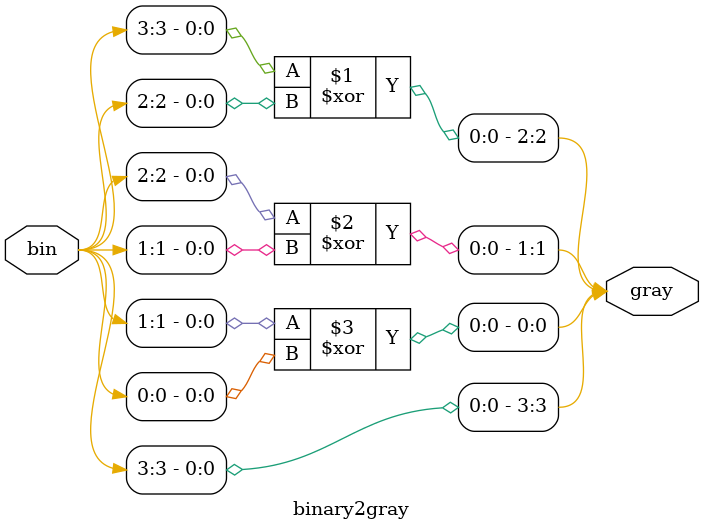
<source format=v>
module binary2gray(bin,gray);
  input [3:0] bin;
  output [3:0] gray;
  assign gray[3]=bin[3];
  assign gray[2]=bin[3]^bin[2];
  assign gray[1]=bin[2]^bin[1];
  assign gray[0]=bin[1]^bin[0];
endmodule

</source>
